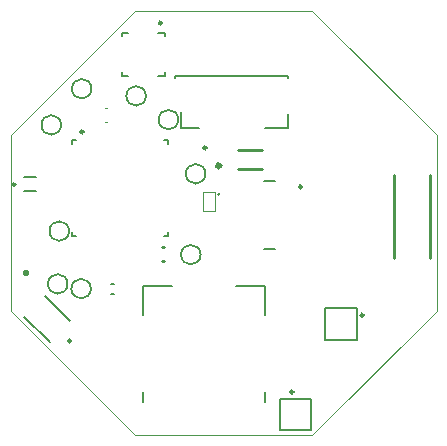
<source format=gbo>
G04*
G04 #@! TF.GenerationSoftware,Altium Limited,Altium NEXUS,3.0.14 (129)*
G04*
G04 Layer_Color=32896*
%FSLAX25Y25*%
%MOIN*%
G70*
G01*
G75*
%ADD10C,0.00984*%
%ADD11C,0.00394*%
%ADD12C,0.00787*%
%ADD13C,0.00591*%
%ADD14C,0.01000*%
%ADD15C,0.00000*%
%ADD109C,0.01575*%
%ADD199C,0.00492*%
D10*
X120177Y41043D02*
G03*
X120177Y41043I-492J0D01*
G01*
X96752Y15453D02*
G03*
X96752Y15453I-492J0D01*
G01*
X4035Y84646D02*
G03*
X4035Y84646I-492J0D01*
G01*
X22633Y32485D02*
G03*
X22633Y32485I-492J0D01*
G01*
X52854Y138484D02*
G03*
X52854Y138484I-492J0D01*
G01*
X26772Y102165D02*
G03*
X26772Y102165I-492J0D01*
G01*
X67772Y96832D02*
G03*
X67772Y96832I-492J0D01*
G01*
X99564Y83858D02*
G03*
X99564Y83858I-492J0D01*
G01*
D11*
X39961Y110192D02*
G03*
X39961Y110192I-197J0D01*
G01*
X49564Y64515D02*
G03*
X49564Y64515I-197J0D01*
G01*
X66732Y75886D02*
Y82185D01*
X70669D01*
Y75886D02*
Y82185D01*
X66732Y75886D02*
X70669D01*
D12*
X59350Y106140D02*
Y108858D01*
X117913Y32776D02*
Y43406D01*
X107283Y32776D02*
X117913D01*
X107283D02*
Y43406D01*
X117913D01*
X92224Y13189D02*
X102461D01*
Y2953D02*
Y13189D01*
X92224Y2953D02*
X102461D01*
X92224D02*
Y13189D01*
X35925Y51600D02*
X37106D01*
X35925Y48254D02*
X37106D01*
X6988Y87106D02*
X10925D01*
X6988Y82382D02*
X10925D01*
X14068Y47518D02*
X22420Y39166D01*
X7108Y40558D02*
X15460Y32206D01*
X53937Y134016D02*
Y135236D01*
Y120866D02*
Y122087D01*
X39567Y120866D02*
X41772D01*
X51732D02*
X53937D01*
X39567Y134016D02*
Y135236D01*
Y120866D02*
Y122087D01*
Y135236D02*
X41772D01*
X51732D02*
X53937D01*
X22933Y99508D02*
X24409D01*
X53543D02*
X55020D01*
Y67421D02*
Y68898D01*
Y98032D02*
Y99508D01*
X22933Y67421D02*
X24409D01*
X53543D02*
X55020D01*
X22933D02*
Y68898D01*
Y98032D02*
Y99508D01*
X46556Y12254D02*
Y15404D01*
X46556Y40994D02*
X46556Y50641D01*
X56299D01*
X77559D02*
X87302D01*
X87302Y40994D01*
X87302Y12254D02*
Y15404D01*
X95035Y120060D02*
Y120848D01*
X57240D02*
X95036D01*
X87162Y103525D02*
X95035D01*
Y108249D01*
X59350Y103525D02*
X65115Y103525D01*
X59350Y103525D02*
Y106140D01*
X57241Y120060D02*
Y120848D01*
X86965Y63189D02*
X90509D01*
X86965Y85630D02*
X90509D01*
D13*
X67409Y88189D02*
G03*
X67409Y88189I-3256J0D01*
G01*
X21453Y51485D02*
G03*
X21453Y51485I-3256J0D01*
G01*
X19288Y104464D02*
G03*
X19288Y104464I-3256J0D01*
G01*
X58364Y106251D02*
G03*
X58364Y106251I-3256J0D01*
G01*
X65805Y61237D02*
G03*
X65805Y61237I-3256J0D01*
G01*
X21957Y69095D02*
G03*
X21957Y69095I-3256J0D01*
G01*
X29240Y49902D02*
G03*
X29240Y49902I-3256J0D01*
G01*
X29437Y116535D02*
G03*
X29437Y116535I-3256J0D01*
G01*
X47574Y114155D02*
G03*
X47574Y114155I-3256J0D01*
G01*
X72146Y81398D02*
G03*
X72146Y81398I-295J0D01*
G01*
D14*
X78347Y89764D02*
X86221D01*
X78347Y96063D02*
X86221D01*
X142126Y60236D02*
Y87795D01*
X130315Y60236D02*
Y87795D01*
X53107Y63727D02*
X53501D01*
X53107Y59003D02*
X53501D01*
X6905Y54642D02*
X7905D01*
Y55641D01*
X6905D01*
Y54642D01*
D15*
X2500Y101000D02*
X44000Y142500D01*
X103000D01*
X144500Y101000D01*
Y42500D02*
Y101000D01*
X103000Y1000D02*
X144500Y42500D01*
X44000Y1000D02*
X103000D01*
X2500Y42500D02*
X44000Y1000D01*
X2500Y42500D02*
Y101000D01*
D109*
X72315Y90913D02*
G03*
X72315Y90913I-532J0D01*
G01*
D199*
X33858Y110192D02*
X34646D01*
X33858Y105467D02*
X34646D01*
M02*

</source>
